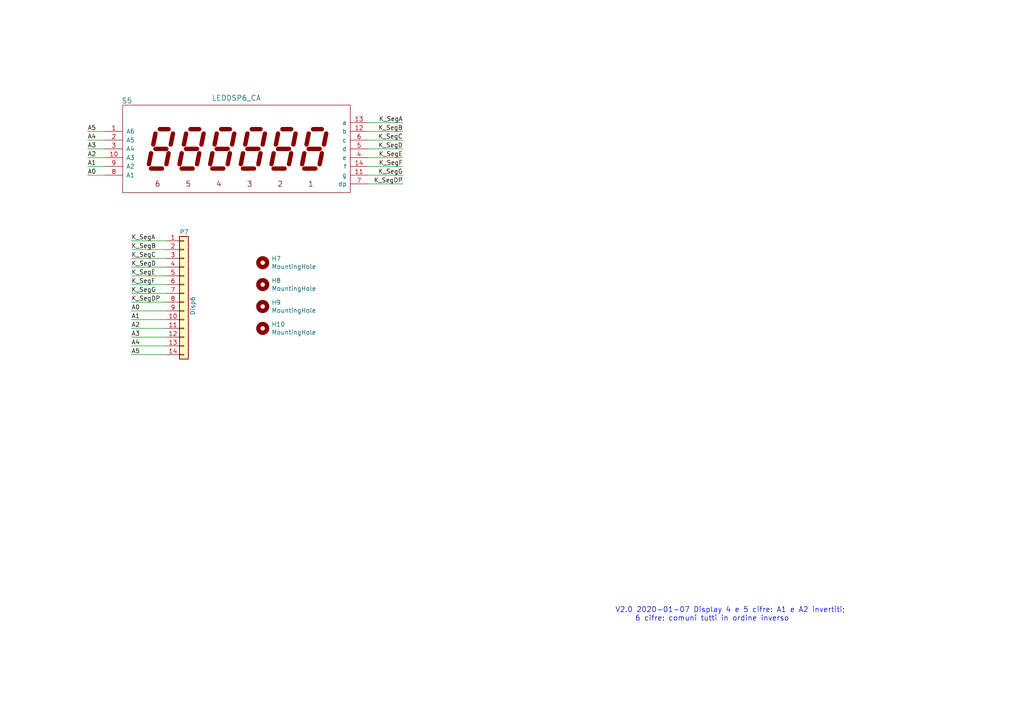
<source format=kicad_sch>
(kicad_sch (version 20210621) (generator eeschema)
  (paper "A4")
  (lib_symbols
    (symbol "Connector_Generic:Conn_01x14" (pin_names (offset 1.016) hide)
      (property "Reference" "J" (at 0 17.78 0))
      (property "Value" "Conn_01x14" (at 0 -20.32 0))
      (symbol "Conn_01x14_1_1"
        (rectangle (start -1.27 -17.653) (end 0 -17.907) (stroke (width 0.1524)))
        (rectangle (start -1.27 -15.113) (end 0 -15.367) (stroke (width 0.1524)))
        (rectangle (start -1.27 -12.573) (end 0 -12.827) (stroke (width 0.1524)))
        (rectangle (start -1.27 -10.033) (end 0 -10.287) (stroke (width 0.1524)))
        (rectangle (start -1.27 -7.493) (end 0 -7.747) (stroke (width 0.1524)))
        (rectangle (start -1.27 -4.953) (end 0 -5.207) (stroke (width 0.1524)))
        (rectangle (start -1.27 -2.413) (end 0 -2.667) (stroke (width 0.1524)))
        (rectangle (start -1.27 0.127) (end 0 -0.127) (stroke (width 0.1524)))
        (rectangle (start -1.27 2.667) (end 0 2.413) (stroke (width 0.1524)))
        (rectangle (start -1.27 5.207) (end 0 4.953) (stroke (width 0.1524)))
        (rectangle (start -1.27 7.747) (end 0 7.493) (stroke (width 0.1524)))
        (rectangle (start -1.27 10.287) (end 0 10.033) (stroke (width 0.1524)))
        (rectangle (start -1.27 12.827) (end 0 12.573) (stroke (width 0.1524)))
        (rectangle (start -1.27 15.367) (end 0 15.113) (stroke (width 0.1524)))
        (rectangle (start -1.27 16.51) (end 1.27 -19.05) (stroke (width 0.254)) (fill (type background)))
        (pin passive line (at -5.08 15.24 0) (length 3.81) (name "Pin_1") (number "1"))
        (pin passive line (at -5.08 -7.62 0) (length 3.81) (name "Pin_10") (number "10"))
        (pin passive line (at -5.08 -10.16 0) (length 3.81) (name "Pin_11") (number "11"))
        (pin passive line (at -5.08 -12.7 0) (length 3.81) (name "Pin_12") (number "12"))
        (pin passive line (at -5.08 -15.24 0) (length 3.81) (name "Pin_13") (number "13"))
        (pin passive line (at -5.08 -17.78 0) (length 3.81) (name "Pin_14") (number "14"))
        (pin passive line (at -5.08 12.7 0) (length 3.81) (name "Pin_2") (number "2"))
        (pin passive line (at -5.08 10.16 0) (length 3.81) (name "Pin_3") (number "3"))
        (pin passive line (at -5.08 7.62 0) (length 3.81) (name "Pin_4") (number "4"))
        (pin passive line (at -5.08 5.08 0) (length 3.81) (name "Pin_5") (number "5"))
        (pin passive line (at -5.08 2.54 0) (length 3.81) (name "Pin_6") (number "6"))
        (pin passive line (at -5.08 0 0) (length 3.81) (name "Pin_7") (number "7"))
        (pin passive line (at -5.08 -2.54 0) (length 3.81) (name "Pin_8") (number "8"))
        (pin passive line (at -5.08 -5.08 0) (length 3.81) (name "Pin_9") (number "9"))
      )
    )
    (symbol "GCC_display:LEDDSP6_CA" (pin_names (offset 1.016))
      (property "Reference" "S" (at -30.48 13.97 0))
      (property "Value" "LEDDSP6_CA" (at 0 -15.24 0))
      (symbol "LEDDSP6_CA_0_0"
        (text "1" (at 21.59 -10.16 0) (effects (font (size 1.524 1.524))))
        (text "2" (at 12.7 -10.16 0) (effects (font (size 1.524 1.524))))
        (text "3" (at 3.81 -10.16 0) (effects (font (size 1.524 1.524))))
        (text "4" (at -5.08 -10.16 0) (effects (font (size 1.524 1.524))))
        (text "5" (at -13.97 -10.16 0) (effects (font (size 1.524 1.524))))
        (text "6" (at -22.86 -10.16 0) (effects (font (size 1.524 1.524))))
      )
      (symbol "LEDDSP6_CA_0_1"
        (rectangle (start -33.02 12.7) (end 33.02 -12.7))
        (polyline (pts (xy -24.765 -5.715) (xy -21.59 -5.715)) (stroke (width 1.27)))
        (polyline (pts (xy -24.765 -1.27) (xy -25.4 -4.445)) (stroke (width 1.27)))
        (polyline (pts (xy -24.13 1.27) (xy -23.495 4.445)) (stroke (width 1.27)))
        (polyline (pts (xy -23.495 0) (xy -20.32 0)) (stroke (width 1.27)))
        (polyline (pts (xy -22.225 5.715) (xy -19.685 5.715)) (stroke (width 1.27)))
        (polyline (pts (xy -19.685 -1.27) (xy -20.32 -4.445)) (stroke (width 1.27)))
        (polyline (pts (xy -19.05 -5.715) (xy -19.05 -5.715)) (stroke (width 1.27)))
        (polyline (pts (xy -19.05 1.27) (xy -18.415 4.445)) (stroke (width 1.27)))
        (polyline (pts (xy -15.875 -5.715) (xy -12.7 -5.715)) (stroke (width 1.27)))
        (polyline (pts (xy -15.875 -1.27) (xy -16.51 -4.445)) (stroke (width 1.27)))
        (polyline (pts (xy -15.24 1.27) (xy -14.605 4.445)) (stroke (width 1.27)))
        (polyline (pts (xy -14.605 0) (xy -11.43 0)) (stroke (width 1.27)))
        (polyline (pts (xy -13.335 5.715) (xy -10.795 5.715)) (stroke (width 1.27)))
        (polyline (pts (xy -10.795 -1.27) (xy -11.43 -4.445)) (stroke (width 1.27)))
        (polyline (pts (xy -10.16 -5.715) (xy -10.16 -5.715)) (stroke (width 1.27)))
        (polyline (pts (xy -10.16 1.27) (xy -9.525 4.445)) (stroke (width 1.27)))
        (polyline (pts (xy -6.985 -5.715) (xy -3.81 -5.715)) (stroke (width 1.27)))
        (polyline (pts (xy -6.985 -1.27) (xy -7.62 -4.445)) (stroke (width 1.27)))
        (polyline (pts (xy -6.35 1.27) (xy -5.715 4.445)) (stroke (width 1.27)))
        (polyline (pts (xy -5.715 0) (xy -2.54 0)) (stroke (width 1.27)))
        (polyline (pts (xy -4.445 5.715) (xy -1.905 5.715)) (stroke (width 1.27)))
        (polyline (pts (xy -1.905 -1.27) (xy -2.54 -4.445)) (stroke (width 1.27)))
        (polyline (pts (xy -1.27 -5.715) (xy -1.27 -5.715)) (stroke (width 1.27)))
        (polyline (pts (xy -1.27 1.27) (xy -0.635 4.445)) (stroke (width 1.27)))
        (polyline (pts (xy 1.905 -5.715) (xy 5.08 -5.715)) (stroke (width 1.27)))
        (polyline (pts (xy 1.905 -1.27) (xy 1.27 -4.445)) (stroke (width 1.27)))
        (polyline (pts (xy 2.54 1.27) (xy 3.175 4.445)) (stroke (width 1.27)))
        (polyline (pts (xy 3.175 0) (xy 6.35 0)) (stroke (width 1.27)))
        (polyline (pts (xy 4.445 5.715) (xy 6.985 5.715)) (stroke (width 1.27)))
        (polyline (pts (xy 6.985 -1.27) (xy 6.35 -4.445)) (stroke (width 1.27)))
        (polyline (pts (xy 7.62 -5.715) (xy 7.62 -5.715)) (stroke (width 1.27)))
        (polyline (pts (xy 7.62 1.27) (xy 8.255 4.445)) (stroke (width 1.27)))
        (polyline (pts (xy 10.795 -5.715) (xy 13.97 -5.715)) (stroke (width 1.27)))
        (polyline (pts (xy 10.795 -1.27) (xy 10.16 -4.445)) (stroke (width 1.27)))
        (polyline (pts (xy 11.43 1.27) (xy 12.065 4.445)) (stroke (width 1.27)))
        (polyline (pts (xy 12.065 0) (xy 15.24 0)) (stroke (width 1.27)))
        (polyline (pts (xy 13.335 5.715) (xy 15.875 5.715)) (stroke (width 1.27)))
        (polyline (pts (xy 15.875 -1.27) (xy 15.24 -4.445)) (stroke (width 1.27)))
        (polyline (pts (xy 16.51 -5.715) (xy 16.51 -5.715)) (stroke (width 1.27)))
        (polyline (pts (xy 16.51 1.27) (xy 17.145 4.445)) (stroke (width 1.27)))
        (polyline (pts (xy 19.685 -5.715) (xy 22.86 -5.715)) (stroke (width 1.27)))
        (polyline (pts (xy 19.685 -1.27) (xy 19.05 -4.445)) (stroke (width 1.27)))
        (polyline (pts (xy 20.32 1.27) (xy 20.955 4.445)) (stroke (width 1.27)))
        (polyline (pts (xy 20.955 0) (xy 24.13 0)) (stroke (width 1.27)))
        (polyline (pts (xy 22.225 5.715) (xy 24.765 5.715)) (stroke (width 1.27)))
        (polyline (pts (xy 24.765 -1.27) (xy 24.13 -4.445)) (stroke (width 1.27)))
        (polyline (pts (xy 25.4 -5.715) (xy 25.4 -5.715)) (stroke (width 1.27)))
        (polyline (pts (xy 25.4 1.27) (xy 26.035 4.445)) (stroke (width 1.27)))
      )
      (symbol "LEDDSP6_CA_1_1"
        (pin passive line (at -38.1 5.08 0) (length 5.08) (name "A6") (number "1"))
        (pin passive line (at -38.1 -2.54 0) (length 5.08) (name "A3") (number "10"))
        (pin passive line (at 38.1 -7.62 180) (length 5.08) (name "g") (number "11"))
        (pin passive line (at 38.1 5.08 180) (length 5.08) (name "b") (number "12"))
        (pin passive line (at 38.1 7.62 180) (length 5.08) (name "a") (number "13"))
        (pin passive line (at 38.1 -5.08 180) (length 5.08) (name "f") (number "14"))
        (pin passive line (at -38.1 2.54 0) (length 5.08) (name "A5") (number "2"))
        (pin passive line (at -38.1 0 0) (length 5.08) (name "A4") (number "3"))
        (pin passive line (at 38.1 -2.54 180) (length 5.08) (name "e") (number "4"))
        (pin passive line (at 38.1 0 180) (length 5.08) (name "d") (number "5"))
        (pin passive line (at 38.1 2.54 180) (length 5.08) (name "c") (number "6"))
        (pin passive line (at 38.1 -10.16 180) (length 5.08) (name "dp") (number "7"))
        (pin passive line (at -38.1 -7.62 0) (length 5.08) (name "A1") (number "8"))
        (pin passive line (at -38.1 -5.08 0) (length 5.08) (name "A2") (number "9"))
      )
    )
    (symbol "Mechanical:MountingHole" (pin_names (offset 1.016))
      (property "Reference" "H" (at 0 5.08 0))
      (property "Value" "MountingHole" (at 0 3.175 0))
      (symbol "MountingHole_0_1"
        (circle (center 0 0) (radius 1.27) (stroke (width 1.27)) (stroke (width 1.27)))
      )
    )
  )
  (wire (pts (xy 30.48 38.1) (xy 25.4 38.1)))
  (wire (pts (xy 30.48 40.64) (xy 25.4 40.64)))
  (wire (pts (xy 30.48 43.18) (xy 25.4 43.18)))
  (wire (pts (xy 30.48 45.72) (xy 25.4 45.72)))
  (wire (pts (xy 30.48 48.26) (xy 25.4 48.26)))
  (wire (pts (xy 30.48 50.8) (xy 25.4 50.8)))
  (wire (pts (xy 38.1 69.85) (xy 48.26 69.85)))
  (wire (pts (xy 38.1 72.39) (xy 48.26 72.39)))
  (wire (pts (xy 38.1 74.93) (xy 48.26 74.93)))
  (wire (pts (xy 38.1 77.47) (xy 48.26 77.47)))
  (wire (pts (xy 38.1 80.01) (xy 48.26 80.01)))
  (wire (pts (xy 38.1 82.55) (xy 48.26 82.55)))
  (wire (pts (xy 38.1 85.09) (xy 48.26 85.09)))
  (wire (pts (xy 38.1 87.63) (xy 48.26 87.63)))
  (wire (pts (xy 48.26 90.17) (xy 38.1 90.17)))
  (wire (pts (xy 48.26 92.71) (xy 38.1 92.71)))
  (wire (pts (xy 48.26 95.25) (xy 38.1 95.25)))
  (wire (pts (xy 48.26 97.79) (xy 38.1 97.79)))
  (wire (pts (xy 48.26 100.33) (xy 38.1 100.33)))
  (wire (pts (xy 48.26 102.87) (xy 38.1 102.87)))
  (wire (pts (xy 116.84 35.56) (xy 106.68 35.56)))
  (wire (pts (xy 116.84 38.1) (xy 106.68 38.1)))
  (wire (pts (xy 116.84 40.64) (xy 106.68 40.64)))
  (wire (pts (xy 116.84 43.18) (xy 106.68 43.18)))
  (wire (pts (xy 116.84 45.72) (xy 106.68 45.72)))
  (wire (pts (xy 116.84 48.26) (xy 106.68 48.26)))
  (wire (pts (xy 116.84 50.8) (xy 106.68 50.8)))
  (wire (pts (xy 116.84 53.34) (xy 106.68 53.34)))
  (text "V2.0 2020-01-07 Display 4 e 5 cifre: A1 e A2 invertiti;\n	6 cifre: comuni tutti in ordine inverso" (at 178.435 180.34 0) (effects (font (size 1.524 1.524)) (justify left bottom)))
  (label "A5" (at 25.4 38.1 0))
  (label "A4" (at 25.4 40.64 0))
  (label "A3" (at 25.4 43.18 0))
  (label "A2" (at 25.4 45.72 0))
  (label "A1" (at 25.4 48.26 0))
  (label "A0" (at 25.4 50.8 0))
  (label "K_SegA" (at 38.1 69.85 0))
  (label "K_SegB" (at 38.1 72.39 0))
  (label "K_SegC" (at 38.1 74.93 0))
  (label "K_SegD" (at 38.1 77.47 0))
  (label "K_SegE" (at 38.1 80.01 0))
  (label "K_SegF" (at 38.1 82.55 0))
  (label "K_SegG" (at 38.1 85.09 0))
  (label "K_SegDP" (at 38.1 87.63 0))
  (label "A0" (at 38.1 90.17 0))
  (label "A1" (at 38.1 92.71 0))
  (label "A2" (at 38.1 95.25 0))
  (label "A3" (at 38.1 97.79 0))
  (label "A4" (at 38.1 100.33 0))
  (label "A5" (at 38.1 102.87 0))
  (label "K_SegA" (at 116.84 35.56 180))
  (label "K_SegB" (at 116.84 38.1 180))
  (label "K_SegC" (at 116.84 40.64 180))
  (label "K_SegD" (at 116.84 43.18 180))
  (label "K_SegE" (at 116.84 45.72 180))
  (label "K_SegF" (at 116.84 48.26 180))
  (label "K_SegG" (at 116.84 50.8 180))
  (label "K_SegDP" (at 116.84 53.34 180))
  (symbol (lib_id "Mechanical:MountingHole") (at 76.2 76.2 0) (unit 1)
    (property "Reference" "H7" (at 78.74 75.0316 0) (effects (justify left)))
    (property "Value" "MountingHole" (at 78.74 77.343 0) (effects (justify left)))
    (property "Footprint" "GCC_holes:Hole3mm" (effects hide))
  )
  (symbol (lib_id "Mechanical:MountingHole") (at 76.2 82.55 0) (unit 1)
    (property "Reference" "H8" (at 78.74 81.3816 0) (effects (justify left)))
    (property "Value" "MountingHole" (at 78.74 83.693 0) (effects (justify left)))
    (property "Footprint" "GCC_holes:Hole3mm" (effects hide))
  )
  (symbol (lib_id "Mechanical:MountingHole") (at 76.2 88.9 0) (unit 1)
    (property "Reference" "H9" (at 78.74 87.7316 0) (effects (justify left)))
    (property "Value" "MountingHole" (at 78.74 90.043 0) (effects (justify left)))
    (property "Footprint" "GCC_holes:Hole3mm" (effects hide))
  )
  (symbol (lib_id "Mechanical:MountingHole") (at 76.2 95.25 0) (unit 1)
    (property "Reference" "H10" (at 78.74 94.0816 0) (effects (justify left)))
    (property "Value" "MountingHole" (at 78.74 96.393 0) (effects (justify left)))
    (property "Footprint" "GCC_holes:Hole3mm" (effects hide))
  )
  (symbol (lib_id "Connector_Generic:Conn_01x14") (at 53.34 85.09 0) (unit 1)
    (property "Reference" "P7" (at 52.07 67.31 0) (effects (justify left)))
    (property "Value" "Disp6" (at 55.88 91.44 90) (effects (justify left)))
    (property "Footprint" "Connector_IDC:IDC-Header_2x07_P2.54mm_Vertical" (effects hide))
  )
  (symbol (lib_id "GCC_display:LEDDSP6_CA") (at 68.58 43.18 0) (unit 1)
    (property "Reference" "S5" (at 36.83 29.21 0) (effects (font (size 1.524 1.524))))
    (property "Value" "LEDDSP6_CA" (at 68.58 28.4226 0) (effects (font (size 1.524 1.524))))
    (property "Footprint" "GCC_Display:Disp7s6x_036" (effects hide))
  )
)
</source>
